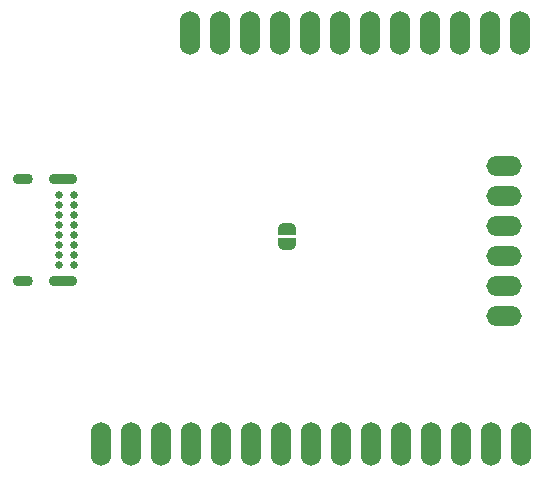
<source format=gbs>
G04 #@! TF.GenerationSoftware,KiCad,Pcbnew,8.0.1-rc1*
G04 #@! TF.CreationDate,2024-03-16T10:29:41-04:00*
G04 #@! TF.ProjectId,keystone-esp,6b657973-746f-46e6-952d-6573702e6b69,rev?*
G04 #@! TF.SameCoordinates,Original*
G04 #@! TF.FileFunction,Soldermask,Bot*
G04 #@! TF.FilePolarity,Negative*
%FSLAX46Y46*%
G04 Gerber Fmt 4.6, Leading zero omitted, Abs format (unit mm)*
G04 Created by KiCad (PCBNEW 8.0.1-rc1) date 2024-03-16 10:29:41*
%MOMM*%
%LPD*%
G01*
G04 APERTURE LIST*
G04 Aperture macros list*
%AMFreePoly0*
4,1,19,0.500000,-0.750000,0.000000,-0.750000,0.000000,-0.744911,-0.071157,-0.744911,-0.207708,-0.704816,-0.327430,-0.627875,-0.420627,-0.520320,-0.479746,-0.390866,-0.500000,-0.250000,-0.500000,0.250000,-0.479746,0.390866,-0.420627,0.520320,-0.327430,0.627875,-0.207708,0.704816,-0.071157,0.744911,0.000000,0.744911,0.000000,0.750000,0.500000,0.750000,0.500000,-0.750000,0.500000,-0.750000,
$1*%
%AMFreePoly1*
4,1,19,0.000000,0.744911,0.071157,0.744911,0.207708,0.704816,0.327430,0.627875,0.420627,0.520320,0.479746,0.390866,0.500000,0.250000,0.500000,-0.250000,0.479746,-0.390866,0.420627,-0.520320,0.327430,-0.627875,0.207708,-0.704816,0.071157,-0.744911,0.000000,-0.744911,0.000000,-0.750000,-0.500000,-0.750000,-0.500000,0.750000,0.000000,0.750000,0.000000,0.744911,0.000000,0.744911,
$1*%
G04 Aperture macros list end*
%ADD10O,1.700000X3.700000*%
%ADD11C,0.650000*%
%ADD12O,1.700000X0.900000*%
%ADD13O,2.400000X0.900000*%
%ADD14O,3.000000X1.700000*%
%ADD15FreePoly0,270.000000*%
%ADD16FreePoly1,270.000000*%
G04 APERTURE END LIST*
D10*
G04 #@! TO.C,J3*
X220452000Y-77978000D03*
X217912000Y-77978000D03*
X215372000Y-77978000D03*
X212832000Y-77978000D03*
X210292000Y-77978000D03*
X207752000Y-77978000D03*
X205212000Y-77978000D03*
X202672000Y-77978000D03*
X200132000Y-77978000D03*
X197592000Y-77978000D03*
X195052000Y-77978000D03*
X192512000Y-77978000D03*
G04 #@! TD*
D11*
G04 #@! TO.C,J1*
X182706000Y-91723000D03*
X182706000Y-92573000D03*
X182706000Y-93423000D03*
X182706000Y-94273000D03*
X182706000Y-95123000D03*
X182706000Y-95973000D03*
X182706000Y-96823000D03*
X182706000Y-97673000D03*
X181356000Y-97673000D03*
X181356000Y-96823000D03*
X181356000Y-95973000D03*
X181356000Y-95123000D03*
X181356000Y-94273000D03*
X181356000Y-93423000D03*
X181356000Y-92573000D03*
X181356000Y-91723000D03*
D12*
X178346000Y-90373000D03*
X178346000Y-99023000D03*
D13*
X181726000Y-90373000D03*
X181726000Y-99023000D03*
G04 #@! TD*
D10*
G04 #@! TO.C,J4*
X220472000Y-112776000D03*
X217932000Y-112776000D03*
X215392000Y-112776000D03*
X212852000Y-112776000D03*
X210312000Y-112776000D03*
X207772000Y-112776000D03*
X205232000Y-112776000D03*
X202692000Y-112776000D03*
X200152000Y-112776000D03*
X197612000Y-112776000D03*
X195072000Y-112776000D03*
X192532000Y-112776000D03*
X189992000Y-112776000D03*
X187452000Y-112776000D03*
X184912000Y-112776000D03*
G04 #@! TD*
D14*
G04 #@! TO.C,J2*
X219075000Y-101981000D03*
X219075000Y-99441000D03*
X219075000Y-96901000D03*
X219075000Y-94361000D03*
X219075000Y-91821000D03*
X219075000Y-89281000D03*
G04 #@! TD*
D15*
G04 #@! TO.C,JP2*
X200660000Y-94600000D03*
D16*
X200660000Y-95900000D03*
G04 #@! TD*
M02*

</source>
